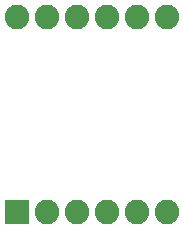
<source format=gbs>
G75*
%MOIN*%
%OFA0B0*%
%FSLAX24Y24*%
%IPPOS*%
%LPD*%
%AMOC8*
5,1,8,0,0,1.08239X$1,22.5*
%
%ADD10R,0.0820X0.0820*%
%ADD11C,0.0820*%
D10*
X000725Y000680D03*
D11*
X001725Y000680D03*
X002725Y000680D03*
X003725Y000680D03*
X004725Y000680D03*
X005725Y000680D03*
X005725Y007180D03*
X004725Y007180D03*
X003725Y007180D03*
X002725Y007180D03*
X001725Y007180D03*
X000725Y007180D03*
M02*

</source>
